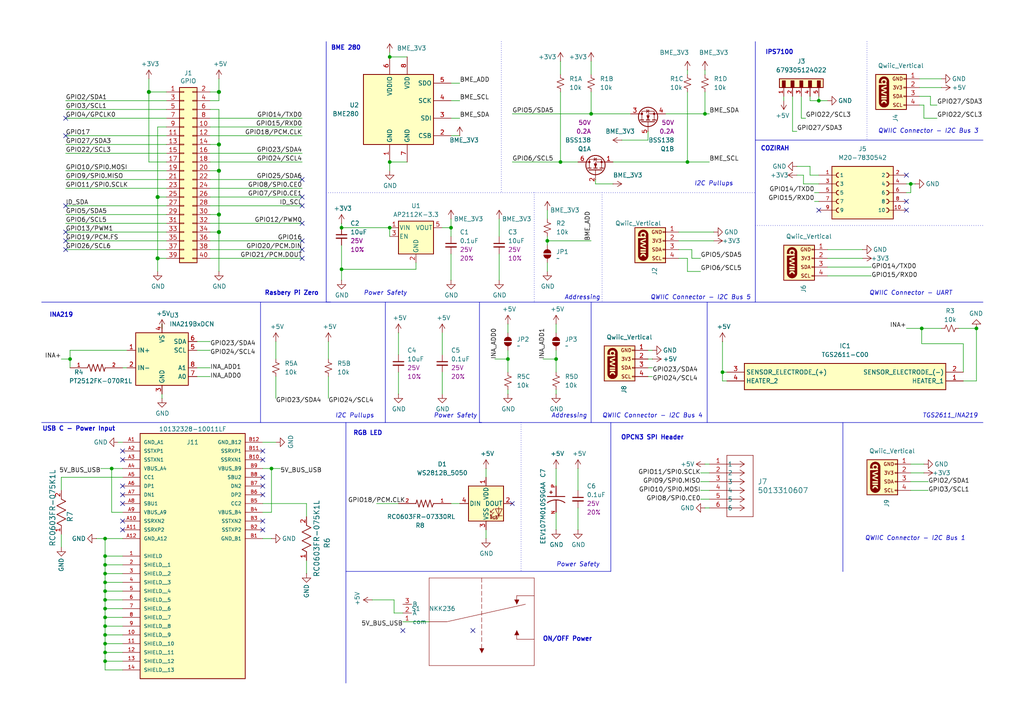
<source format=kicad_sch>
(kicad_sch (version 20250114) (generator "eeschema") (generator_version "9.0")
  (paper "A4")
  (title_block (title "Dream") (date "2025-08-31") (rev "1") (company "Mints-AI, University of Texas at Dallas") (comment 1 "Lakitha Wijeratne") (comment 2 "Leonardo Murillo"))
  (text "I2C Pullups" (at 207.01 53.34 0) (effects (font (size 1.27 1.27) (thickness 0.1588) (italic yes))))
  (text "QWIIC Connector - UART" (at 264.16 85.09 0) (effects (font (size 1.27 1.27) (thickness 0.1588) (italic yes))))
  (text "Power Safety" (at 111.76 85.09 0) (effects (font (size 1.27 1.27) (thickness 0.1588) (italic yes))))
  (text "Power Safety" (at 132.08 120.65 0) (effects (font (size 1.27 1.27) (thickness 0.1588) (italic yes))))
  (text "QWIIC Connector - I2C Bus 1" (at 265.43 156.21 0) (effects (font (size 1.27 1.27) (thickness 0.1588) (italic yes))))
  (text "I2C Pullups" (at 102.87 120.65 0) (effects (font (size 1.27 1.27) (thickness 0.1588) (italic yes))))
  (text "BME 280" (at 100.33 13.97 0) (effects (font (size 1.27 1.27) (thickness 0.254) (bold yes))))
  (text "TGS2611_INA219" (at 275.59 120.65 0) (effects (font (size 1.27 1.27) (thickness 0.1588) (italic yes))))
  (text "ON/OFF Power" (at 164.592 185.42 0) (effects (font (size 1.27 1.27) (thickness 0.254) (bold yes))))
  (text "COZIRAH" (at 224.79 43.18 0) (effects (font (size 1.27 1.27) (thickness 0.254) (bold yes))))
  (text "Addressing" (at 168.91 86.36 0) (effects (font (size 1.27 1.27) (thickness 0.1588) (italic yes))))
  (text "Power Safety" (at 167.64 163.83 0) (effects (font (size 1.27 1.27) (thickness 0.1588) (italic yes))))
  (text "Rasbery Pi Zero " (at 85.09 85.09 0) (effects (font (size 1.27 1.27) (thickness 0.254) (bold yes))))
  (text "QWIIC Connector - I2C Bus 3" (at 269.24 38.1 0) (effects (font (size 1.27 1.27) (thickness 0.1588) (italic yes))))
  (text "QWIIC Connector - I2C Bus 4\n" (at 189.23 120.65 0) (effects (font (size 1.27 1.27) (thickness 0.1588) (italic yes))))
  (text "RGB LED" (at 106.68 125.73 0) (effects (font (size 1.27 1.27) (thickness 0.254) (bold yes))))
  (text "USB C - Power Input" (at 22.86 124.46 0) (effects (font (size 1.27 1.27) (thickness 0.254) (bold yes))))
  (text "Addressing" (at 165.1 120.65 0) (effects (font (size 1.27 1.27) (thickness 0.1588) (italic yes))))
  (text "OPCN3 SPI Header" (at 189.23 127 0) (effects (font (size 1.27 1.27) (thickness 0.254) (bold yes))))
  (text "INA219" (at 17.78 91.44 0) (effects (font (size 1.27 1.27) (thickness 0.254) (bold yes))))
  (text "QWIIC Connector - I2C Bus 5" (at 203.2 86.36 0) (effects (font (size 1.27 1.27) (thickness 0.1588) (italic yes))))
  (text "IPS7100" (at 226.06 15.24 0) (effects (font (size 1.27 1.27) (thickness 0.254) (bold yes))))
  (junction (at 63.5 62.23) (diameter 1.016))
  (junction (at 43.18 26.67) (diameter 1.016))
  (junction (at 30.48 186.69))
  (junction (at 63.5 67.31) (diameter 1.016))
  (junction (at 30.48 168.91))
  (junction (at 30.48 166.37))
  (junction (at 30.48 189.23))
  (junction (at 30.48 161.29))
  (junction (at 283.21 95.25))
  (junction (at 237.49 29.21))
  (junction (at 30.48 176.53))
  (junction (at 45.72 57.15) (diameter 1.016))
  (junction (at 264.16 53.34))
  (junction (at 161.29 104.14))
  (junction (at 99.06 66.04))
  (junction (at 209.55 107.95))
  (junction (at 30.48 173.99))
  (junction (at 130.81 66.04))
  (junction (at 267.335 95.25))
  (junction (at 63.5 49.53) (diameter 1.016))
  (junction (at 99.06 78.105))
  (junction (at 32.385 135.89))
  (junction (at 30.48 179.07))
  (junction (at 113.03 46.99))
  (junction (at 63.5 41.91) (diameter 1.016))
  (junction (at 30.48 184.15))
  (junction (at 30.48 181.61))
  (junction (at 171.45 33.02))
  (junction (at 204.47 33.02))
  (junction (at 30.48 163.83))
  (junction (at 162.56 46.99))
  (junction (at 78.74 135.89))
  (junction (at 147.32 104.14))
  (junction (at 113.03 66.04))
  (junction (at 158.75 69.85))
  (junction (at 20.32 104.14))
  (junction (at 30.48 156.21))
  (junction (at 30.48 171.45))
  (junction (at 199.39 46.99))
  (junction (at 45.72 74.93) (diameter 1.016))
  (junction (at 113.03 16.51))
  (junction (at 30.48 191.77))
  (junction (at 63.5 26.67) (diameter 1.016))
  (no_connect (at 35.56 146.05))
  (no_connect (at 76.2 130.81))
  (no_connect (at 87.63 69.85))
  (no_connect (at 87.63 64.77))
  (no_connect (at 76.2 151.13))
  (no_connect (at 87.63 72.39))
  (no_connect (at 76.2 138.43))
  (no_connect (at 19.05 59.69))
  (no_connect (at 87.63 59.69))
  (no_connect (at 87.63 57.15))
  (no_connect (at 19.05 39.37))
  (no_connect (at 87.63 52.07))
  (no_connect (at 87.63 74.93))
  (no_connect (at 35.56 133.35))
  (no_connect (at 237.49 60.96))
  (no_connect (at 35.56 140.97))
  (no_connect (at 262.89 50.8))
  (no_connect (at 19.05 67.31))
  (no_connect (at 35.56 143.51))
  (no_connect (at 19.05 72.39))
  (no_connect (at 76.2 140.97))
  (no_connect (at 19.05 69.85))
  (no_connect (at 262.89 60.96))
  (no_connect (at 76.2 143.51))
  (no_connect (at 35.56 130.81))
  (no_connect (at 137.16 182.88))
  (no_connect (at 76.2 133.35))
  (no_connect (at 76.2 153.67))
  (no_connect (at 19.05 34.29))
  (no_connect (at 116.84 182.88))
  (no_connect (at 262.89 58.42))
  (no_connect (at 35.56 151.13))
  (no_connect (at 148.59 146.05))
  (no_connect (at 35.56 153.67))
  (wire (pts (xy 17.78 104.14) (xy 20.32 104.14)))
  (wire (pts (xy 76.2 146.05) (xy 88.9 146.05)))
  (wire (pts (xy 45.72 57.15) (xy 45.72 74.93)))
  (wire (pts (xy 60.96 57.15) (xy 87.63 57.15)))
  (wire (pts (xy 144.78 73.66) (xy 144.78 81.28)))
  (wire (pts (xy 171.45 33.02) (xy 182.88 33.02)))
  (wire (pts (xy 114.3 173.99) (xy 114.3 177.8)))
  (wire (pts (xy 30.48 171.45) (xy 30.48 173.99)))
  (wire (pts (xy 35.56 138.43) (xy 17.78 138.43)))
  (wire (pts (xy 279.4 99.695) (xy 267.335 99.695)))
  (wire (pts (xy 20.32 104.14) (xy 20.32 106.68)))
  (wire (pts (xy 48.26 39.37) (xy 19.05 39.37)))
  (wire (pts (xy 30.48 166.37) (xy 30.48 163.83)))
  (wire (pts (xy 266.7 25.4) (xy 273.05 25.4)))
  (wire (pts (xy 20.32 101.6) (xy 36.83 101.6)))
  (wire (pts (xy 130.81 66.04) (xy 130.81 68.58)))
  (wire (pts (xy 240.03 80.01) (xy 252.73 80.01)))
  (wire (pts (xy 63.5 31.75) (xy 63.5 41.91)))
  (wire (pts (xy 35.56 186.69) (xy 30.48 186.69)))
  (wire (pts (xy 63.5 49.53) (xy 60.96 49.53)))
  (wire (pts (xy 140.97 135.89) (xy 140.97 138.43)))
  (wire (pts (xy 35.56 179.07) (xy 30.48 179.07)))
  (polyline (pts (xy 244.475 122.555) (xy 244.475 165.735)))
  (wire (pts (xy 35.56 168.91) (xy 30.48 168.91)))
  (wire (pts (xy 271.78 30.48) (xy 269.875 30.48)))
  (wire (pts (xy 199.39 78.74) (xy 203.2 78.74)))
  (wire (pts (xy 180.34 40.64) (xy 187.96 40.64)))
  (wire (pts (xy 148.59 46.99) (xy 162.56 46.99)))
  (wire (pts (xy 76.2 135.89) (xy 78.74 135.89)))
  (wire (pts (xy 63.5 62.23) (xy 63.5 67.31)))
  (wire (pts (xy 171.45 26.67) (xy 171.45 33.02)))
  (wire (pts (xy 266.7 27.94) (xy 269.875 27.94)))
  (wire (pts (xy 35.56 191.77) (xy 30.48 191.77)))
  (wire (pts (xy 167.64 135.89) (xy 167.64 142.24)))
  (wire (pts (xy 128.27 96.52) (xy 128.27 102.87)))
  (wire (pts (xy 161.29 148.59) (xy 161.29 153.67)))
  (wire (pts (xy 130.81 63.5) (xy 130.81 66.04)))
  (polyline (pts (xy 154.94 87.63) (xy 155.575 87.63)) (stroke (width 0) (type dot)))
  (wire (pts (xy 187.96 40.64) (xy 187.96 38.1)))
  (wire (pts (xy 63.5 49.53) (xy 63.5 62.23)))
  (wire (pts (xy 234.95 29.21) (xy 234.95 27.94)))
  (wire (pts (xy 60.96 34.29) (xy 87.63 34.29)))
  (wire (pts (xy 113.03 66.04) (xy 113.03 68.58)))
  (wire (pts (xy 205.74 134.62) (xy 204.47 134.62)))
  (wire (pts (xy 45.72 36.83) (xy 45.72 57.15)))
  (polyline (pts (xy 12.065 122.555) (xy 285.115 122.555)))
  (wire (pts (xy 278.13 95.25) (xy 283.21 95.25)))
  (wire (pts (xy 227.33 27.94) (xy 227.33 29.21)))
  (wire (pts (xy 203.2 142.24) (xy 205.74 142.24)))
  (wire (pts (xy 177.8 46.99) (xy 199.39 46.99)))
  (wire (pts (xy 130.81 24.13) (xy 133.35 24.13)))
  (polyline (pts (xy 145.415 12.065) (xy 145.415 55.88)) (stroke (width 0) (type dot)))
  (wire (pts (xy 233.045 53.34) (xy 237.49 53.34)))
  (wire (pts (xy 35.56 184.15) (xy 30.48 184.15)))
  (wire (pts (xy 45.72 36.83) (xy 48.26 36.83)))
  (wire (pts (xy 234.95 48.26) (xy 234.95 50.8)))
  (wire (pts (xy 57.15 101.6) (xy 60.96 101.6)))
  (wire (pts (xy 204.47 26.67) (xy 204.47 33.02)))
  (wire (pts (xy 60.96 54.61) (xy 87.63 54.61)))
  (wire (pts (xy 200.66 74.93) (xy 200.66 72.39)))
  (wire (pts (xy 95.25 109.22) (xy 95.25 115.57)))
  (wire (pts (xy 187.96 109.22) (xy 189.23 109.22)))
  (wire (pts (xy 48.26 59.69) (xy 19.05 59.69)))
  (wire (pts (xy 240.03 29.21) (xy 237.49 29.21)))
  (wire (pts (xy 19.05 62.23) (xy 48.26 62.23)))
  (wire (pts (xy 234.95 50.8) (xy 237.49 50.8)))
  (polyline (pts (xy 219.075 65.405) (xy 285.115 65.405)) (stroke (width 0) (type dot)))
  (wire (pts (xy 240.03 74.93) (xy 250.19 74.93)))
  (wire (pts (xy 76.2 128.27) (xy 80.01 128.27)))
  (wire (pts (xy 203.2 144.78) (xy 205.74 144.78)))
  (wire (pts (xy 30.48 163.83) (xy 30.48 161.29)))
  (polyline (pts (xy 151.13 122.555) (xy 151.13 165.735)) (stroke (width 0) (type dot)))
  (wire (pts (xy 130.81 29.21) (xy 133.35 29.21)))
  (wire (pts (xy 45.72 57.15) (xy 48.26 57.15)))
  (wire (pts (xy 240.03 72.39) (xy 250.19 72.39)))
  (wire (pts (xy 35.56 176.53) (xy 30.48 176.53)))
  (wire (pts (xy 35.56 173.99) (xy 30.48 173.99)))
  (wire (pts (xy 60.96 44.45) (xy 87.63 44.45)))
  (wire (pts (xy 264.16 55.88) (xy 264.16 53.34)))
  (wire (pts (xy 267.97 34.29) (xy 267.97 30.48)))
  (wire (pts (xy 283.21 110.49) (xy 283.21 95.25)))
  (wire (pts (xy 161.29 113.03) (xy 161.29 114.3)))
  (wire (pts (xy 172.72 53.34) (xy 172.72 52.07)))
  (wire (pts (xy 147.32 113.03) (xy 147.32 114.3)))
  (wire (pts (xy 124.46 180.34) (xy 116.84 180.34)))
  (wire (pts (xy 203.2 139.7) (xy 205.74 139.7)))
  (wire (pts (xy 99.06 78.105) (xy 99.06 81.28)))
  (wire (pts (xy 60.96 74.93) (xy 87.63 74.93)))
  (wire (pts (xy 45.72 74.93) (xy 45.72 78.74)))
  (wire (pts (xy 19.05 41.91) (xy 48.26 41.91)))
  (wire (pts (xy 236.22 55.88) (xy 237.49 55.88)))
  (wire (pts (xy 30.48 161.29) (xy 35.56 161.29)))
  (wire (pts (xy 158.75 69.85) (xy 171.45 69.85)))
  (wire (pts (xy 43.18 22.86) (xy 43.18 26.67)))
  (wire (pts (xy 147.32 104.14) (xy 147.32 107.95)))
  (wire (pts (xy 204.47 20.32) (xy 204.47 21.59)))
  (wire (pts (xy 95.25 99.06) (xy 95.25 104.14)))
  (wire (pts (xy 232.41 27.94) (xy 232.41 34.29)))
  (wire (pts (xy 196.85 67.31) (xy 207.01 67.31)))
  (polyline (pts (xy 244.475 165.735) (xy 244.475 165.735)))
  (wire (pts (xy 30.48 181.61) (xy 30.48 184.15)))
  (wire (pts (xy 162.56 46.99) (xy 167.64 46.99)))
  (wire (pts (xy 30.48 156.21) (xy 35.56 156.21)))
  (wire (pts (xy 120.65 76.2) (xy 120.65 78.105)))
  (wire (pts (xy 30.48 186.69) (xy 30.48 189.23)))
  (wire (pts (xy 115.57 107.95) (xy 115.57 114.3)))
  (wire (pts (xy 140.97 153.67) (xy 140.97 156.21)))
  (wire (pts (xy 63.5 67.31) (xy 60.96 67.31)))
  (wire (pts (xy 264.16 134.62) (xy 267.97 134.62)))
  (wire (pts (xy 262.89 95.25) (xy 267.335 95.25)))
  (wire (pts (xy 158.75 60.96) (xy 158.75 63.5)))
  (wire (pts (xy 19.05 31.75) (xy 48.26 31.75)))
  (wire (pts (xy 204.47 33.02) (xy 205.74 33.02)))
  (wire (pts (xy 19.05 54.61) (xy 48.26 54.61)))
  (wire (pts (xy 80.01 109.22) (xy 80.01 115.57)))
  (wire (pts (xy 210.82 110.49) (xy 209.55 110.49)))
  (wire (pts (xy 32.385 135.89) (xy 35.56 135.89)))
  (wire (pts (xy 262.89 53.34) (xy 264.16 53.34)))
  (wire (pts (xy 200.66 74.93) (xy 203.2 74.93)))
  (wire (pts (xy 43.18 46.99) (xy 48.26 46.99)))
  (wire (pts (xy 199.39 26.67) (xy 199.39 46.99)))
  (wire (pts (xy 17.78 154.94) (xy 17.78 158.75)))
  (wire (pts (xy 193.04 33.02) (xy 204.47 33.02)))
  (wire (pts (xy 48.26 29.21) (xy 19.05 29.21)))
  (wire (pts (xy 88.9 162.56) (xy 88.9 166.37)))
  (wire (pts (xy 35.56 166.37) (xy 30.48 166.37)))
  (wire (pts (xy 63.5 26.67) (xy 63.5 29.21)))
  (wire (pts (xy 187.96 104.14) (xy 189.23 104.14)))
  (wire (pts (xy 130.81 73.66) (xy 130.81 81.28)))
  (polyline (pts (xy 219.075 12.065) (xy 219.075 87.63)) (stroke (width 0) (type solid)))
  (wire (pts (xy 63.5 41.91) (xy 63.5 49.53)))
  (wire (pts (xy 209.55 107.95) (xy 210.82 107.95)))
  (wire (pts (xy 60.96 39.37) (xy 87.63 39.37)))
  (wire (pts (xy 158.75 69.85) (xy 158.75 71.12)))
  (wire (pts (xy 231.14 38.1) (xy 229.87 38.1)))
  (wire (pts (xy 63.5 41.91) (xy 60.96 41.91)))
  (wire (pts (xy 35.56 189.23) (xy 30.48 189.23)))
  (wire (pts (xy 162.56 17.78) (xy 162.56 21.59)))
  (wire (pts (xy 229.87 27.94) (xy 229.87 38.1)))
  (wire (pts (xy 30.48 173.99) (xy 30.48 176.53)))
  (wire (pts (xy 78.74 148.59) (xy 78.74 135.89)))
  (polyline (pts (xy 154.94 55.88) (xy 154.94 87.63)) (stroke (width 0) (type dot)))
  (wire (pts (xy 63.5 22.86) (xy 63.5 26.67)))
  (polyline (pts (xy 94.615 55.88) (xy 219.075 55.88)) (stroke (width 0) (type dot)))
  (wire (pts (xy 35.56 171.45) (xy 30.48 171.45)))
  (wire (pts (xy 19.05 34.29) (xy 48.26 34.29)))
  (wire (pts (xy 200.66 72.39) (xy 196.85 72.39)))
  (wire (pts (xy 236.22 58.42) (xy 237.49 58.42)))
  (wire (pts (xy 203.2 137.16) (xy 205.74 137.16)))
  (wire (pts (xy 63.5 26.67) (xy 60.96 26.67)))
  (polyline (pts (xy 177.165 122.555) (xy 177.165 165.735)))
  (wire (pts (xy 30.48 161.29) (xy 30.48 156.21)))
  (wire (pts (xy 43.18 26.67) (xy 43.18 46.99)))
  (wire (pts (xy 60.96 46.99) (xy 87.63 46.99)))
  (wire (pts (xy 30.48 191.77) (xy 30.48 189.23)))
  (wire (pts (xy 60.96 36.83) (xy 87.63 36.83)))
  (polyline (pts (xy 111.76 87.63) (xy 111.76 122.555)) (stroke (width 0) (type solid)))
  (wire (pts (xy 99.06 64.77) (xy 99.06 66.04)))
  (polyline (pts (xy 171.45 87.63) (xy 171.45 122.555)) (stroke (width 0) (type solid)))
  (polyline (pts (xy 219.075 40.64) (xy 285.115 40.64)) (stroke (width 0) (type solid)))
  (wire (pts (xy 17.78 138.43) (xy 17.78 142.24)))
  (wire (pts (xy 19.05 44.45) (xy 48.26 44.45)))
  (wire (pts (xy 120.65 78.105) (xy 99.06 78.105)))
  (wire (pts (xy 267.335 95.25) (xy 273.05 95.25)))
  (wire (pts (xy 19.05 52.07) (xy 48.26 52.07)))
  (wire (pts (xy 252.73 77.47) (xy 240.03 77.47)))
  (wire (pts (xy 99.06 66.04) (xy 113.03 66.04)))
  (wire (pts (xy 115.57 96.52) (xy 115.57 102.87)))
  (wire (pts (xy 204.47 147.32) (xy 205.74 147.32)))
  (wire (pts (xy 233.68 34.29) (xy 232.41 34.29)))
  (wire (pts (xy 76.2 156.21) (xy 78.74 156.21)))
  (wire (pts (xy 199.39 46.99) (xy 205.74 46.99)))
  (wire (pts (xy 262.89 55.88) (xy 264.16 55.88)))
  (wire (pts (xy 35.56 106.68) (xy 36.83 106.68)))
  (wire (pts (xy 237.49 27.94) (xy 237.49 29.21)))
  (wire (pts (xy 148.59 33.02) (xy 171.45 33.02)))
  (wire (pts (xy 99.06 78.105) (xy 99.06 71.12)))
  (wire (pts (xy 19.05 64.77) (xy 48.26 64.77)))
  (wire (pts (xy 63.5 29.21) (xy 60.96 29.21)))
  (wire (pts (xy 264.16 142.24) (xy 269.24 142.24)))
  (polyline (pts (xy 94.615 87.63) (xy 95.885 87.63)))
  (wire (pts (xy 172.72 53.34) (xy 177.8 53.34)))
  (wire (pts (xy 30.48 184.15) (xy 30.48 186.69)))
  (wire (pts (xy 199.39 78.74) (xy 199.39 74.93)))
  (wire (pts (xy 19.05 69.85) (xy 48.26 69.85)))
  (polyline (pts (xy 139.065 122.555) (xy 139.7 122.555)) (stroke (width 0) (type solid)))
  (wire (pts (xy 57.15 109.22) (xy 60.96 109.22)))
  (wire (pts (xy 233.045 50.8) (xy 233.045 53.34)))
  (wire (pts (xy 60.96 69.85) (xy 87.63 69.85)))
  (wire (pts (xy 46.99 114.3) (xy 46.99 115.57)))
  (wire (pts (xy 88.9 146.05) (xy 88.9 149.86)))
  (wire (pts (xy 60.96 64.77) (xy 87.63 64.77)))
  (wire (pts (xy 45.72 74.93) (xy 48.26 74.93)))
  (wire (pts (xy 113.03 15.24) (xy 113.03 16.51)))
  (wire (pts (xy 30.48 194.31) (xy 30.48 191.77)))
  (wire (pts (xy 60.96 72.39) (xy 87.63 72.39)))
  (wire (pts (xy 57.15 106.68) (xy 60.96 106.68)))
  (wire (pts (xy 158.75 68.58) (xy 158.75 69.85)))
  (wire (pts (xy 267.97 30.48) (xy 266.7 30.48)))
  (wire (pts (xy 147.32 93.98) (xy 147.32 96.52)))
  (wire (pts (xy 199.39 20.32) (xy 199.39 21.59)))
  (wire (pts (xy 35.56 194.31) (xy 30.48 194.31)))
  (wire (pts (xy 187.96 106.68) (xy 189.23 106.68)))
  (wire (pts (xy 35.56 181.61) (xy 30.48 181.61)))
  (wire (pts (xy 63.5 31.75) (xy 60.96 31.75)))
  (wire (pts (xy 273.05 22.86) (xy 266.7 22.86)))
  (wire (pts (xy 113.03 16.51) (xy 118.11 16.51)))
  (wire (pts (xy 19.05 72.39) (xy 48.26 72.39)))
  (polyline (pts (xy 139.065 87.63) (xy 139.065 122.555)) (stroke (width 0) (type solid)))
  (wire (pts (xy 267.335 95.25) (xy 267.335 99.695)))
  (wire (pts (xy 76.2 148.59) (xy 78.74 148.59)))
  (polyline (pts (xy 12.065 87.63) (xy 285.115 87.63)) (stroke (width 0) (type solid)))
  (wire (pts (xy 80.01 99.06) (xy 80.01 104.14)))
  (wire (pts (xy 128.27 66.04) (xy 130.81 66.04)))
  (wire (pts (xy 114.3 177.8) (xy 116.84 177.8)))
  (wire (pts (xy 128.27 107.95) (xy 128.27 114.3)))
  (wire (pts (xy 264.16 139.7) (xy 269.24 139.7)))
  (wire (pts (xy 267.97 34.29) (xy 271.78 34.29)))
  (wire (pts (xy 209.55 99.06) (xy 209.55 107.95)))
  (wire (pts (xy 130.81 34.29) (xy 133.35 34.29)))
  (wire (pts (xy 29.21 135.89) (xy 32.385 135.89)))
  (wire (pts (xy 20.32 101.6) (xy 20.32 104.14)))
  (wire (pts (xy 113.03 46.99) (xy 118.11 46.99)))
  (wire (pts (xy 187.96 101.6) (xy 189.23 101.6)))
  (wire (pts (xy 114.3 173.99) (xy 107.95 173.99)))
  (wire (pts (xy 35.56 148.59) (xy 32.385 148.59)))
  (wire (pts (xy 27.94 156.21) (xy 30.48 156.21)))
  (wire (pts (xy 231.14 48.26) (xy 234.95 48.26)))
  (polyline (pts (xy 174.625 55.88) (xy 174.625 87.63)) (stroke (width 0) (type dot)))
  (wire (pts (xy 63.5 67.31) (xy 63.5 78.74)))
  (polyline (pts (xy 100.33 165.735) (xy 177.165 165.735)))
  (polyline (pts (xy 100.33 122.555) (xy 100.33 198.12)))
  (wire (pts (xy 60.96 52.07) (xy 87.63 52.07)))
  (wire (pts (xy 48.26 67.31) (xy 19.05 67.31)))
  (wire (pts (xy 30.48 166.37) (xy 30.48 168.91)))
  (polyline (pts (xy 94.615 12.065) (xy 94.615 87.63)))
  (polyline (pts (xy 205.105 87.63) (xy 205.105 122.555)) (stroke (width 0) (type solid)))
  (wire (pts (xy 30.48 181.61) (xy 30.48 179.07)))
  (wire (pts (xy 161.29 101.6) (xy 161.29 104.14)))
  (wire (pts (xy 113.03 46.99) (xy 113.03 49.53)))
  (wire (pts (xy 35.56 163.83) (xy 30.48 163.83)))
  (wire (pts (xy 130.81 146.05) (xy 133.35 146.05)))
  (wire (pts (xy 46.99 95.25) (xy 46.99 93.98)))
  (wire (pts (xy 30.48 176.53) (xy 30.48 179.07)))
  (wire (pts (xy 269.875 27.94) (xy 269.875 30.48)))
  (wire (pts (xy 161.29 93.98) (xy 161.29 96.52)))
  (wire (pts (xy 199.39 74.93) (xy 196.85 74.93)))
  (wire (pts (xy 30.48 168.91) (xy 30.48 171.45)))
  (wire (pts (xy 264.16 137.16) (xy 267.97 137.16)))
  (polyline (pts (xy 251.46 12.065) (xy 251.46 40.64)) (stroke (width 0) (type dot)))
  (wire (pts (xy 63.5 62.23) (xy 60.96 62.23)))
  (wire (pts (xy 158.75 76.2) (xy 158.75 78.74)))
  (wire (pts (xy 161.29 104.14) (xy 157.48 104.14)))
  (wire (pts (xy 109.22 146.05) (xy 115.57 146.05)))
  (wire (pts (xy 171.45 17.78) (xy 171.45 21.59)))
  (wire (pts (xy 43.18 26.67) (xy 48.26 26.67)))
  (wire (pts (xy 147.32 101.6) (xy 147.32 104.14)))
  (wire (pts (xy 231.14 50.8) (xy 233.045 50.8)))
  (wire (pts (xy 237.49 29.21) (xy 234.95 29.21)))
  (wire (pts (xy 279.4 110.49) (xy 283.21 110.49)))
  (wire (pts (xy 279.4 107.95) (xy 279.4 99.695)))
  (wire (pts (xy 143.51 104.14) (xy 147.32 104.14)))
  (wire (pts (xy 264.16 53.34) (xy 265.43 53.34)))
  (wire (pts (xy 32.385 148.59) (xy 32.385 135.89)))
  (wire (pts (xy 144.78 63.5) (xy 144.78 68.58)))
  (wire (pts (xy 162.56 26.67) (xy 162.56 46.99)))
  (wire (pts (xy 196.85 69.85) (xy 207.01 69.85)))
  (wire (pts (xy 78.74 135.89) (xy 81.28 135.89)))
  (wire (pts (xy 161.29 135.89) (xy 161.29 140.97)))
  (wire (pts (xy 48.26 49.53) (xy 19.05 49.53)))
  (wire (pts (xy 60.96 59.69) (xy 87.63 59.69)))
  (polyline (pts (xy 75.565 87.63) (xy 75.565 122.555)) (stroke (width 0) (type solid)))
  (wire (pts (xy 167.64 147.32) (xy 167.64 153.67)))
  (wire (pts (xy 130.81 39.37) (xy 133.35 39.37)))
  (wire (pts (xy 161.29 104.14) (xy 161.29 107.95)))
  (wire (pts (xy 209.55 110.49) (xy 209.55 107.95)))
  (wire (pts (xy 34.29 128.27) (xy 35.56 128.27)))
  (wire (pts (xy 57.15 99.06) (xy 60.96 99.06)))
  (label "ID_SDA" (at 19.05 59.69 0))
  (label "GPIO6{slash}SCL5" (at 19.05 64.77 0))
  (label "GPIO5{slash}SDA5" (at 203.2 74.93 0))
  (label "5V_BUS_USB" (at 29.21 135.89 180))
  (label "BME_SDA" (at 205.74 33.02 0))
  (label "GPIO15{slash}RXD0" (at 236.22 58.42 180))
  (label "GPIO14{slash}TXD0" (at 252.73 77.47 0))
  (label "BME_ADD" (at 133.35 24.13 0))
  (label "ID_SCL" (at 87.63 59.69 180))
  (label "GPIO5{slash}SDA5" (at 19.05 62.23 0))
  (label "5V_BUS_USB" (at 81.28 135.89 0))
  (label "GPIO21{slash}PCM.DOUT" (at 87.63 74.93 180))
  (label "BME_SCL" (at 205.74 46.99 0))
  (label "GPIO19{slash}PCM.FS" (at 19.05 69.85 0))
  (label "GPIO10{slash}SPI0.MOSI" (at 19.05 49.53 0))
  (label "GPIO23{slash}SDA4" (at 189.23 106.68 0))
  (label "GPIO9{slash}SPI0.MISO" (at 19.05 52.07 0))
  (label "GPIO3{slash}SCL1" (at 269.24 142.24 0))
  (label "GPIO23{slash}SDA4" (at 87.63 44.45 180))
  (label "GPIO5{slash}SDA5" (at 148.59 33.02 0))
  (label "GPIO4{slash}GPCLK0" (at 19.05 34.29 0))
  (label "GPIO2{slash}SDA1" (at 269.24 139.7 0))
  (label "GPIO27{slash}SDA3" (at 19.05 41.91 0))
  (label "GPIO26{slash}SCL6" (at 19.05 72.39 0))
  (label "GPIO14{slash}TXD0" (at 87.63 34.29 180))
  (label "GPIO8{slash}SPI0.CE0" (at 87.63 54.61 180))
  (label "GPIO15{slash}RXD0" (at 87.63 36.83 180))
  (label "GPIO16" (at 87.63 69.85 180))
  (label "INA_ADD0" (at 143.51 104.14 90))
  (label "BME_ADD" (at 171.45 69.85 90))
  (label "GPIO22{slash}SCL3" (at 19.05 44.45 0))
  (label "BME_SCL" (at 133.35 29.21 0))
  (label "INA+" (at 17.78 104.14 180))
  (label "GPIO9{slash}SPI0.MISO" (at 203.2 139.7 180))
  (label "GPIO2{slash}SDA1" (at 19.05 29.21 0))
  (label "GPIO23{slash}SDA4" (at 80.01 115.57 0))
  (label "GPIO11{slash}SPI0.SCLK" (at 203.2 137.16 180))
  (label "GPIO17" (at 19.05 39.37 0))
  (label "5V_BUS_USB" (at 116.84 180.34 180))
  (label "GPIO23{slash}SDA4" (at 60.96 99.06 0))
  (label "GPIO6{slash}SCL5" (at 148.59 46.99 0))
  (label "INA+" (at 262.89 95.25 180))
  (label "GPIO25{slash}SDA6" (at 87.63 52.07 180))
  (label "GPIO3{slash}SCL1" (at 19.05 31.75 0))
  (label "GPIO18{slash}PCM.CLK" (at 87.63 39.37 180))
  (label "GPIO24{slash}SCL4" (at 189.23 109.22 0))
  (label "GPIO12{slash}PWM0" (at 87.63 64.77 180))
  (label "GPIO15{slash}RXD0" (at 252.73 80.01 0))
  (label "GPIO18{slash}PCM.CLK" (at 109.22 146.05 0))
  (label "GPIO22{slash}SCL3" (at 233.68 34.29 0))
  (label "GPIO13{slash}PWM1" (at 19.05 67.31 0))
  (label "GPIO20{slash}PCM.DIN" (at 87.63 72.39 180))
  (label "GPIO22{slash}SCL3" (at 271.78 34.29 0))
  (label "GPIO24{slash}SCL4" (at 87.63 46.99 180))
  (label "GPIO8{slash}SPI0.CE0" (at 203.2 144.78 180))
  (label "INA_ADD0" (at 60.96 109.22 0))
  (label "GPIO7{slash}SPI0.CE1" (at 87.63 57.15 180))
  (label "GPIO27{slash}SDA3" (at 271.78 30.48 0))
  (label "GPIO14{slash}TXD0" (at 236.22 55.88 180))
  (label "GPIO27{slash}SDA3" (at 231.14 38.1 0))
  (label "GPIO24{slash}SCL4" (at 60.96 101.6 0))
  (label "GPIO6{slash}SCL5" (at 203.2 78.74 0))
  (label "GPIO10{slash}SPI0.MOSI" (at 203.2 142.24 180))
  (label "BME_SDA" (at 133.35 34.29 0))
  (label "INA_ADD1" (at 60.96 106.68 0))
  (label "GPIO24{slash}SCL4" (at 95.25 115.57 0))
  (label "GPIO11{slash}SPI0.SCLK" (at 19.05 54.61 0))
  (label "INA_ADD1" (at 157.48 104.14 90))
  (symbol (lib_id "power:+5V") (at 63.5 22.86 0) (unit 1)
    (property "Reference" "#PWR01" (effects (hide yes)))
    (property "Value" "+5V" (at 63.8683 18.5356 0))
    (property "Description" "Power symbol creates a global label with name \"+5V\"" (effects (hide yes)))
  )
  (symbol (lib_id "power:+3.3V") (at 43.18 22.86 0) (unit 1)
    (property "Reference" "#PWR04" (effects (hide yes)))
    (property "Value" "+3V3" (at 43.5483 18.5356 0))
    (property "Description" "Power symbol creates a global label with name \"+3.3V\"" (effects (hide yes)))
  )
  (symbol (lib_id "power:GND") (at 63.5 78.74 0) (unit 1)
    (property "Reference" "#PWR02" (effects (hide yes)))
    (property "Value" "GND" (at 63.6143 83.0644 0))
    (property "Description" "Power symbol creates a global label with name \"GND\" , ground" (effects (hide yes)))
  )
  (symbol (lib_id "power:GND") (at 45.72 78.74 0) (unit 1)
    (property "Reference" "#PWR03" (effects (hide yes)))
    (property "Value" "GND" (at 45.8343 83.0644 0))
    (property "Description" "Power symbol creates a global label with name \"GND\" , ground" (effects (hide yes)))
  )
  (symbol (lib_id "Connector_Generic:Conn_02x20_Odd_Even") (at 53.34 49.53 0) (unit 1)
    (property "Reference" "J1" (at 54.61 21.1898 0))
    (property "Value" "GPIO" (at 54.61 23.495 0))
    (property "Footprint" "Connector_PinSocket_2.54mm:PinSocket_2x20_P2.54mm_Vertical" (effects (hide yes)))
    (property "Description" "Generic connector, double row, 02x20, odd/even pin numbering scheme (row 1 odd numbers, row 2 even numbers), script generated (kicad-library-utils/schlib/autogen/connector/)" (effects (hide yes)))
  )
  (symbol (lib_id "power:GND") (at 204.47 147.32 270) (unit 1)
    (property "Reference" "#PWR034" (effects (hide yes)))
    (property "Value" "GND" (at 199.39 147.32 90))
    (property "Description" "Power symbol creates a global label with name \"GND\" , ground" (effects (hide yes)))
  )
  (symbol (lib_id "SparkFun-Resistor:10k_0603") (at 158.75 66.04 90) (unit 1)
    (property "Reference" "R2" (at 161.29 64.7699 90) (effects (justify right)))
    (property "Value" "10k" (at 161.29 67.3099 90) (effects (justify right)))
    (property "Footprint" "SparkFun-Resistor:R_0603_1608Metric" (effects (hide yes)))
    (property "Datasheet" "https://www.vishay.com/docs/20035/dcrcwe3.pdf" (effects (hide yes)))
    (property "Description" "Resistor" (effects (hide yes)))
    (property "PROD_ID" "RES-00824" (effects (hide yes)))
    (property "Vendor" "https://www.digikey.com/en/products/detail/vishay-dale/CRCW060310K0FKEA/1174782" (effects (hide yes)))
  )
  (symbol (lib_id "power:VCC") (at 204.47 20.32 0) (unit 1)
    (property "Reference" "#PWR016" (effects (hide yes)))
    (property "Value" "BME_3V3" (at 207.01 15.24 0))
    (property "Description" "Power symbol creates a global label with name \"VCC\"" (effects (hide yes)))
  )
  (symbol (lib_id "power:GND") (at 273.05 22.86 90) (unit 1)
    (property "Reference" "#PWR026" (effects (hide yes)))
    (property "Value" "GND" (at 278.13 22.86 90))
    (property "Description" "Power symbol creates a global label with name \"GND\" , ground" (effects (hide yes)))
  )
  (symbol (lib_id "power:+5V") (at 95.25 99.06 0) (unit 1)
    (property "Reference" "#PWR040" (effects (hide yes)))
    (property "Value" "+5V" (at 95.6183 94.7356 0))
    (property "Description" "Power symbol creates a global label with name \"+5V\"" (effects (hide yes)))
  )
  (symbol (lib_id "SparkFun-Connector:Qwiic_Vertical") (at 182.88 106.68 180) (unit 1)
    (property "Reference" "J8" (at 180.9751 111.76 90) (effects (justify left)))
    (property "Value" "Qwiic_Vertical" (at 189.23 97.79 0) (effects (justify left)))
    (property "Footprint" "SparkFun-Connector:JST_SMD_1.0mm-4_Vertical_Black" (effects (hide yes)))
    (property "Datasheet" "https://www.jst-mfg.com/product/pdf/eng/eSH.pdf" (effects (hide yes)))
    (property "Description" "4 pin JST 1mm polarized connector for I2C" (effects (hide yes)))
    (property "PROD_ID" "CONN-14483" (effects (hide yes)))
    (property "Vendor" "https://www.digikey.com/en/products/detail/jst-sales-america-inc/BM04B-SRSS-TB/926696" (effects (hide yes)))
  )
  (symbol (lib_id "SparkFun-Connector:Qwiic_Vertical") (at 234.95 77.47 180) (unit 1)
    (property "Reference" "J6" (at 233.0451 82.55 90) (effects (justify left)))
    (property "Value" "Qwiic_Vertical" (at 241.3 68.58 0) (effects (justify left)))
    (property "Footprint" "SparkFun-Connector:JST_SMD_1.0mm-4_Vertical_Black" (effects (hide yes)))
    (property "Datasheet" "https://www.jst-mfg.com/product/pdf/eng/eSH.pdf" (effects (hide yes)))
    (property "Description" "4 pin JST 1mm polarized connector for I2C" (effects (hide yes)))
    (property "PROD_ID" "CONN-14483" (effects (hide yes)))
    (property "Vendor" "https://www.digikey.com/en/products/detail/jst-sales-america-inc/BM04B-SRSS-TB/926696" (effects (hide yes)))
  )
  (symbol (lib_id "SparkFun-Resistor:10k_4x0603_Array") (at 95.25 106.68 90) (unit 2)
    (property "Reference" "R5" (at 97.79 105.4099 90) (effects (justify right)))
    (property "Value" "10k" (at 97.79 107.9499 90) (effects (justify right)))
    (property "Footprint" "SparkFun-Resistor:R_Array_Convex_4x0603" (effects (hide yes)))
    (property "Datasheet" "https://www.bourns.com/docs/Product-Datasheets/CATCAY.pdf" (effects (hide yes)))
    (property "Description" "Resistor Array" (effects (hide yes)))
    (property "PROD_ID" "RES-22662" (effects (hide yes)))
  )
  (symbol (lib_id "power:GND") (at 161.29 153.67 0) (unit 1)
    (property "Reference" "#PWR062" (effects (hide yes)))
    (property "Value" "GND" (at 161.4043 157.9944 0))
    (property "Description" "Power symbol creates a global label with name \"GND\" , ground" (effects (hide yes)))
  )
  (symbol (lib_id "power:GND") (at 99.06 81.28 0) (unit 1)
    (property "Reference" "#PWR07" (effects (hide yes)))
    (property "Value" "GND" (at 99.1743 85.6044 0))
    (property "Description" "Power symbol creates a global label with name \"GND\" , ground" (effects (hide yes)))
  )
  (symbol (lib_id "SparkFun-Resistor:10k_4x0603_Array") (at 162.56 24.13 90) (unit 1)
    (property "Reference" "R1" (at 165.1 22.8599 90) (effects (justify right)))
    (property "Value" "10k" (at 165.1 25.3999 90) (effects (justify right)))
    (property "Footprint" "SparkFun-Resistor:R_Array_Convex_4x0603" (effects (hide yes)))
    (property "Datasheet" "https://www.bourns.com/docs/Product-Datasheets/CATCAY.pdf" (effects (hide yes)))
    (property "Description" "Resistor Array" (effects (hide yes)))
    (property "PROD_ID" "RES-22662" (effects (hide yes)))
    (property "Custom Feild" "https://www.digikey.com/en/products/detail/bourns-inc/CAT16-1002F4LF/3593233?s=N4IgjCBcodIMZQGYEMA2BnApgGhAeygG0QB2AZgBYAGckAXTwAcAXKEAZRYCcBLAOwDmIAL546cRJFSZcBYuDDkIjEK3Zc%2BQ0XjAA2KKCkzseQpBIAOcqQBMthszaROPAcLEhbyyoYTJ0U3kLL1p9Ukc1Z1ctDzwAWlgjANkzBTAwSwZPeIdJKB4AVzlzEgBWEDwATmyEiWTIIpL06lqQeIN8xu5itJC6PF88B3oc3y6TZpD7UlpK8EsyvRURVaA" (effects (hide yes)))
  )
  (symbol (lib_id "power:+3.3V") (at 171.45 17.78 0) (unit 1)
    (property "Reference" "#PWR014" (effects (hide yes)))
    (property "Value" "+3V3" (at 167.64 16.51 0))
    (property "Description" "Power symbol creates a global label with name \"+3.3V\"" (effects (hide yes)))
  )
  (symbol (lib_id "power:GND") (at 265.43 53.34 90) (unit 1)
    (property "Reference" "#PWR030" (effects (hide yes)))
    (property "Value" "GND" (at 270.51 53.34 90))
    (property "Description" "Power symbol creates a global label with name \"GND\" , ground" (effects (hide yes)))
  )
  (symbol (lib_id "power:VCC") (at 158.75 60.96 0) (unit 1)
    (property "Reference" "#PWR020" (effects (hide yes)))
    (property "Value" "BME_3V3" (at 163.83 60.96 0))
    (property "Description" "Power symbol creates a global label with name \"VCC\"" (effects (hide yes)))
  )
  (symbol (lib_id "SparkFun-DiscreteSemi:Q_NMOS_0.2A_50V_DUAL") (at 172.72 49.53 90) (unit 1)
    (property "Reference" "Q1" (at 171.45 43.18 90) (effects (justify left)))
    (property "Value" "BSS138" (at 171.45 40.64 90) (effects (justify left)))
    (property "Footprint" "SparkFun-Semiconductor-Standard:SOT-363" (effects (hide yes)))
    (property "Datasheet" "https://www.diodes.com/assets/Datasheets/ds30203.pdf" (effects (hide yes)))
    (property "Description" "N-MOSFET transistor, drain/gate/source" (effects (hide yes)))
    (property "PROD_ID" "TRANS-25637" (effects (hide yes)))
    (property "IMax" "0.2A" (at 171.45 38.1 90) (effects (justify left)))
    (property "VMax" "50V" (at 171.45 35.56 90) (effects (justify left)))
    (property "Vendor" "https://www.digikey.com/en/products/detail/diodes-incorporated/BSS138DW-7-F/808527" (effects (hide yes)))
  )
  (symbol (lib_id "PT2512FK-070R1L:PT2512FK-070R1L") (at 27.94 106.68 0) (unit 1)
    (property "Reference" "R4" (at 22.86 107.95 0))
    (property "Value" "PT2512FK-070R1L" (at 29.21 110.49 0))
    (property "Footprint" "downloaded:PT2512FK-070R1L" (effects (hide yes)))
    (property "Datasheet" "https://www.yageogroup.com/content/Resource%20Library/Datasheet/PYU-PT-GROUP_521_ROHS_L.pdf" (effects (hide yes)))
    (property "Description" "RES 0.1 OHM 1% 1W 2512" (effects (hide yes)))
    (property "Vendor" "https://www.digikey.com/en/products/detail/yageo/PT2512FK-070R1L/2178346?s=N4IgTCBcDaIAoBUwFYCMYBiBpAtABgHY8AlVAGRAF0BfIA" (effects (hide yes)))
  )
  (symbol (lib_id "Sensor:BME280") (at 115.57 31.75 0) (unit 1)
    (property "Reference" "U2" (at 104.14 30.4799 0) (effects (justify right)))
    (property "Value" "BME280" (at 104.14 33.0199 0) (effects (justify right)))
    (property "Footprint" "Package_LGA:Bosch_LGA-8_2.5x2.5mm_P0.65mm_ClockwisePinNumbering" (effects (hide yes)))
    (property "Datasheet" "https://www.bosch-sensortec.com/media/boschsensortec/downloads/datasheets/bst-bme280-ds002.pdf" (effects (hide yes)))
    (property "Description" "3-in-1 sensor, humidity, pressure, temperature, I2C and SPI interface, 1.71-3.6V, LGA-8" (effects (hide yes)))
  )
  (symbol (lib_id "power:GND") (at 27.94 156.21 270) (unit 1)
    (property "Reference" "#PWR055" (effects (hide yes)))
    (property "Value" "GND" (at 22.86 156.21 90))
    (property "Description" "Power symbol creates a global label with name \"GND\" , ground" (effects (hide yes)))
  )
  (symbol (lib_id "SparkFun-Capacitor:0.1uF_0603_25V_20%") (at 128.27 105.41 0) (unit 1)
    (property "Reference" "C5" (at 130.81 101.6062 0) (effects (justify left)))
    (property "Value" "0.1uF" (at 130.81 104.1462 0) (effects (justify left)))
    (property "Footprint" "SparkFun-Capacitor:C_0603_1608Metric" (effects (hide yes)))
    (property "Datasheet" "https://cdn.sparkfun.com/assets/8/a/4/a/5/Kemet_Capacitor_Datasheet.pdf" (effects (hide yes)))
    (property "Description" "Unpolarized capacitor" (effects (hide yes)))
    (property "PROD_ID" "CAP-00810" (effects (hide yes)))
    (property "Voltage" "25V" (at 130.81 106.6862 0) (effects (justify left)))
    (property "Tolerance" "20%" (at 130.81 109.2262 0) (effects (justify left)))
    (property "Vendor" "https://www.digikey.com/en/products/detail/kemet/C0603C104M3VACTU/411100" (effects (hide yes)))
  )
  (symbol (lib_id "power:GND") (at 167.64 153.67 0) (unit 1)
    (property "Reference" "#PWR060" (effects (hide yes)))
    (property "Value" "GND" (at 167.7543 157.9944 0))
    (property "Description" "Power symbol creates a global label with name \"GND\" , ground" (effects (hide yes)))
  )
  (symbol (lib_id "power:GND") (at 189.23 101.6 90) (unit 1)
    (property "Reference" "#PWR049" (effects (hide yes)))
    (property "Value" "GND" (at 194.31 101.6 90))
    (property "Description" "Power symbol creates a global label with name \"GND\" , ground" (effects (hide yes)))
  )
  (symbol (lib_id "SparkFun-Resistor:10k_4x0603_Array") (at 199.39 24.13 90) (unit 3)
    (property "Reference" "R1" (at 194.31 22.86 90) (effects (justify right)))
    (property "Value" "10k" (at 194.31 25.4 90) (effects (justify right)))
    (property "Footprint" "SparkFun-Resistor:R_Array_Convex_4x0603" (effects (hide yes)))
    (property "Datasheet" "https://www.bourns.com/docs/Product-Datasheets/CATCAY.pdf" (effects (hide yes)))
    (property "Description" "Resistor Array" (effects (hide yes)))
    (property "PROD_ID" "RES-22662" (effects (hide yes)))
    (property "Custom Feild" "https://www.digikey.com/en/products/detail/bourns-inc/CAT16-1002F4LF/3593233?s=N4IgjCBcodIMZQGYEMA2BnApgGhAeygG0QB2AZgBYAGckAXTwAcAXKEAZRYCcBLAOwDmIAL546cRJFSZcBYuDDkIjEK3Zc%2BQ0XjAA2KKCkzseQpBIAOcqQBMthszaROPAcLEhbyyoYTJ0U3kLL1p9Ukc1Z1ctDzwAWlgjANkzBTAwSwZPeIdJKB4AVzlzEgBWEDwATmyEiWTIIpL06lqQeIN8xu5itJC6PF88B3oc3y6TZpD7UlpK8EsyvRURVaA" (effects (hide yes)))
  )
  (symbol (lib_id "SparkFun-Jumper:SolderJumper_2_Open") (at 161.29 99.06 90) (unit 1)
    (property "Reference" "JP3" (at 163.83 98.4249 90) (effects (justify right)))
    (property "Value" "~" (at 163.83 100.33 90) (effects (justify right)))
    (property "Footprint" "SparkFun-Jumper:Jumper_2_NO" (effects (hide yes)))
    (property "Description" "Solder Jumper, 2-pole, open" (effects (hide yes)))
  )
  (symbol (lib_id "power:GND") (at 161.29 114.3 0) (unit 1)
    (property "Reference" "#PWR046" (effects (hide yes)))
    (property "Value" "GND" (at 161.4043 118.6244 0))
    (property "Description" "Power symbol creates a global label with name \"GND\" , ground" (effects (hide yes)))
  )
  (symbol (lib_id "EEV107M010S9GAA:EEV107M010S9GAA") (at 161.29 146.05 270) (unit 1)
    (property "Reference" "C7" (at 157.48 135.89 0) (effects (justify left)))
    (property "Value" "EEV107M010S9GAA" (at 157.48 139.7 0) (effects (justify left)))
    (property "Footprint" "downloaded:EEV107M010S9GAA" (effects (hide yes)))
    (property "Datasheet" "https://www.yageogroup.com/content/datasheet/asset/file/KEM_A4002_EEV" (effects (hide yes)))
    (property "Description" "CAP ALUM 100UF 20% 10V SMD" (effects (hide yes)))
    (property "MAXIMUM_PACKAGE_HEIGHT" "5.65 mm" (effects (hide yes)))
    (property "PARTREV" "8/16/2024" (effects (hide yes)))
    (property "MANUFACTURER" "KEMET" (effects (hide yes)))
    (property "SNAPEDA_PACKAGE_ID" "35335" (effects (hide yes)))
    (property "STANDARD" "IPC-7351B" (effects (hide yes)))
    (property "Vendor" "https://www.digikey.com/en/products/detail/kemet/EEV107M010S9GAA/6597867" (effects (hide yes)))
  )
  (symbol (lib_id "power:GND") (at 78.74 156.21 90) (unit 1)
    (property "Reference" "#PWR056" (effects (hide yes)))
    (property "Value" "GND" (at 83.82 156.21 90))
    (property "Description" "Power symbol creates a global label with name \"GND\" , ground" (effects (hide yes)))
  )
  (symbol (lib_id "M20-7830542:M20-7830542") (at 250.19 55.88 0) (unit 1)
    (property "Reference" "J5" (at 250.19 43.18 0))
    (property "Value" "M20-7830542" (at 250.19 45.72 0))
    (property "Footprint" "downloaded:M20-7830542" (effects (hide yes)))
    (property "Datasheet" "https://cdn.harwin.com/pdfs/M20-783.pdf" (effects (hide yes)))
    (property "Description" "CONN RCPT 10POS 0.1 GOLD PCB" (effects (hide yes)))
    (property "MANUFACTURER" "HARWIN" (effects (hide yes)))
    (property "STANDARD" "Manufacturer Recommendations" (effects (hide yes)))
    (property "Vendor" "https://www.digikey.com/en/products/detail/harwin-inc/M20-7830542/3727765?s=N4IgjCBcoGwJxVAYygMwIYBsDOBTANCAPZQDaIALGGABxwDsIAuoQA4AuUIAyuwE4BLAHYBzEAF9CNGohApIGHAWJkQMAMxwaMZm06Qe-YWMnh6cAAyz5ivIRKRyDAEw6WIDl16DREwmHMIaDk0LDsVRxB1AFYLczc9LyNfU2cLWmtQpXtVMDh1Ol0PfUMfE0I05wpMhTDlByd6VyLPA29jPxBnAOca23rVXvdWkAA5AFcAW1xBFFMAWl7g%2BX5xgcjokEIEJgWdZahV9fJ1LcozoYXTg8gjnMiwK13CeaDkLPCGkDhoy9TVVC4SZYXAAAgAFrh0AATGag5jiIA" (effects (hide yes)))
  )
  (symbol (lib_id "Sensor_Energy:INA219BxDCN") (at 46.99 104.14 0) (unit 1)
    (property "Reference" "U3" (at 49.1333 91.44 0) (effects (justify left)))
    (property "Value" "INA219BxDCN" (at 49.1333 93.98 0) (effects (justify left)))
    (property "Footprint" "Package_TO_SOT_SMD:SOT-23-8" (effects (hide yes)))
    (property "Datasheet" "http://www.ti.com/lit/ds/symlink/ina219.pdf" (effects (hide yes)))
    (property "Description" "Zero-Drift, HighAccuracy, Bidirectional Current/Power Monitor (0-26V) With I2C Interface, SOT-23-8" (effects (hide yes)))
    (property "Vendor" "https://www.digikey.com/en/products/detail/texas-instruments/INA219BIDCNT/2426056" (effects (hide yes)))
  )
  (symbol (lib_id "power:GND") (at 144.78 81.28 0) (unit 1)
    (property "Reference" "#PWR09" (effects (hide yes)))
    (property "Value" "GND" (at 144.8943 85.6044 0))
    (property "Description" "Power symbol creates a global label with name \"GND\" , ground" (effects (hide yes)))
  )
  (symbol (lib_id "power:GND") (at 34.29 128.27 270) (unit 1)
    (property "Reference" "#PWR065" (effects (hide yes)))
    (property "Value" "GND" (at 29.21 128.27 90))
    (property "Description" "Power symbol creates a global label with name \"GND\" , ground" (effects (hide yes)))
  )
  (symbol (lib_id "power:+5V") (at 204.47 134.62 90) (unit 1)
    (property "Reference" "#PWR033" (effects (hide yes)))
    (property "Value" "+5V" (at 199.39 134.62 90))
    (property "Description" "Power symbol creates a global label with name \"+5V\"" (effects (hide yes)))
  )
  (symbol (lib_id "power:+3.3V") (at 231.14 50.8 90) (unit 1)
    (property "Reference" "#PWR029" (effects (hide yes)))
    (property "Value" "+3V3" (at 226.06 50.8 90))
    (property "Description" "Power symbol creates a global label with name \"+3.3V\"" (effects (hide yes)))
  )
  (symbol (lib_id "SparkFun-Jumper:SolderJumper_2_Open") (at 158.75 73.66 90) (unit 1)
    (property "Reference" "JP1" (at 161.29 73.0249 90) (effects (justify right)))
    (property "Value" "~" (at 161.29 74.93 90) (effects (justify right)))
    (property "Footprint" "SparkFun-Jumper:Jumper_2_NO" (effects (hide yes)))
    (property "Description" "Solder Jumper, 2-pole, open" (effects (hide yes)))
  )
  (symbol (lib_id "power:+5V") (at 80.01 99.06 0) (unit 1)
    (property "Reference" "#PWR039" (effects (hide yes)))
    (property "Value" "+5V" (at 80.3783 94.7356 0))
    (property "Description" "Power symbol creates a global label with name \"+5V\"" (effects (hide yes)))
  )
  (symbol (lib_id "power:VCC") (at 130.81 63.5 0) (unit 1)
    (property "Reference" "#PWR010" (effects (hide yes)))
    (property "Value" "BME_3V3" (at 135.89 63.5 0))
    (property "Description" "Power symbol creates a global label with name \"VCC\"" (effects (hide yes)))
  )
  (symbol (lib_id "power:GND") (at 113.03 49.53 0) (unit 1)
    (property "Reference" "#PWR08" (effects (hide yes)))
    (property "Value" "GND" (at 113.1443 53.8544 0))
    (property "Description" "Power symbol creates a global label with name \"GND\" , ground" (effects (hide yes)))
  )
  (symbol (lib_id "679305124022:679305124022") (at 232.41 22.86 0) (unit 1)
    (property "Reference" "J3" (at 232.41 17.78 0))
    (property "Value" "679305124022" (at 232.41 20.32 0))
    (property "Footprint" "679305124022:679305124022" (effects (hide yes)))
    (property "Datasheet" "https://www.we-online.com/components/products/datasheet/679305124022.pdf" (effects (hide yes)))
    (property "Description" "CONN HEADER SMD 5POS 1.5MM" (effects (hide yes)))
    (property "Vendor" "https://www.digikey.com/en/products/detail/w%C3%BCrth-elektronik/679305124022/2508487?s=N4IgTCBcDaIGwHYCcBmADAVgIxgCxrAgF0BfIA" (effects (hide yes)))
  )
  (symbol (lib_id "power:GND") (at 147.32 114.3 0) (unit 1)
    (property "Reference" "#PWR045" (effects (hide yes)))
    (property "Value" "GND" (at 147.4343 118.6244 0))
    (property "Description" "Power symbol creates a global label with name \"GND\" , ground" (effects (hide yes)))
  )
  (symbol (lib_id "power:+5V") (at 227.33 29.21 180) (unit 1)
    (property "Reference" "#PWR024" (effects (hide yes)))
    (property "Value" "+5V" (at 226.9617 33.5344 0))
    (property "Description" "Power symbol creates a global label with name \"+5V\"" (effects (hide yes)))
  )
  (symbol (lib_id "power:+5V") (at 46.99 95.25 0) (unit 1)
    (property "Reference" "#PWR047" (effects (hide yes)))
    (property "Value" "+5V" (at 47.3583 90.9256 0))
    (property "Description" "Power symbol creates a global label with name \"+5V\"" (effects (hide yes)))
  )
  (symbol (lib_id "SparkFun-Resistor:10k_4x0603_Array") (at 161.29 110.49 90) (unit 4)
    (property "Reference" "R5" (at 163.83 109.2199 90) (effects (justify right)))
    (property "Value" "10k" (at 163.83 111.7599 90) (effects (justify right)))
    (property "Footprint" "SparkFun-Resistor:R_Array_Convex_4x0603" (effects (hide yes)))
    (property "Datasheet" "https://www.bourns.com/docs/Product-Datasheets/CATCAY.pdf" (effects (hide yes)))
    (property "Description" "Resistor Array" (effects (hide yes)))
    (property "PROD_ID" "RES-22662" (effects (hide yes)))
  )
  (symbol (lib_id "SparkFun-LED:WS2812B_5050") (at 140.97 146.05 0) (unit 1)
    (property "Reference" "D1" (at 128.27 134.62 0))
    (property "Value" "WS2812B_5050" (at 128.27 137.16 0))
    (property "Footprint" "SparkFun-LED:WS2812_5050-4Pin" (effects (hide yes)))
    (property "Datasheet" "https://cdn.sparkfun.com/datasheets/BreakoutBoards/WS2812B.pdf" (effects (hide yes)))
    (property "Description" "RGB LED with integrated controller" (effects (hide yes)))
    (property "PROD_ID" "DIO-12503" (effects (hide yes)))
    (property "Vendor" "https://www.digikey.com/en/products/detail/sparkfun-electronics/16347/11630204" (effects (hide yes)))
  )
  (symbol (lib_id "power:+5V") (at 209.55 99.06 0) (unit 1)
    (property "Reference" "#PWR035" (effects (hide yes)))
    (property "Value" "+5V" (at 209.9183 94.7356 0))
    (property "Description" "Power symbol creates a global label with name \"+5V\"" (effects (hide yes)))
  )
  (symbol (lib_id "SparkFun-Capacitor:10uF_0805_25V_10%") (at 99.06 68.58 0) (unit 1)
    (property "Reference" "C2" (at 101.6 64.7762 0) (effects (justify left)))
    (property "Value" "10uF" (at 101.6 67.3162 0) (effects (justify left)))
    (property "Footprint" "SparkFun-Capacitor:C_0805_2012Metric" (effects (hide yes)))
    (property "Datasheet" "https://mm.digikey.com/Volume0/opasdata/d220001/medias/docus/4888/TMK212BBJ106KG-T_SS.pdf" (effects (hide yes)))
    (property "Description" "Unpolarized capacitor" (effects (hide yes)))
    (property "PROD_ID" "CAP-14259" (effects (hide yes)))
    (property "Voltage" "25V" (at 101.6 69.8562 0) (effects (justify left)))
    (property "Tolerance" "10%" (at 101.6 72.3962 0) (effects (justify left)))
    (property "Custom Feild" "https://www.digikey.com/en/products/detail/taiyo-yuden/TMK212BBJ106KG-T/2714163" (effects (hide yes)))
  )
  (symbol (lib_id "SparkFun-Resistor:10k_4x0603_Array") (at 204.47 24.13 270) (unit 4)
    (property "Reference" "R1" (at 207.01 22.8599 90) (effects (justify left)))
    (property "Value" "10k" (at 207.01 25.3999 90) (effects (justify left)))
    (property "Footprint" "SparkFun-Resistor:R_Array_Convex_4x0603" (effects (hide yes)))
    (property "Datasheet" "https://www.bourns.com/docs/Product-Datasheets/CATCAY.pdf" (effects (hide yes)))
    (property "Description" "Resistor Array" (effects (hide yes)))
    (property "PROD_ID" "RES-22662" (effects (hide yes)))
    (property "Custom Feild" "https://www.digikey.com/en/products/detail/bourns-inc/CAT16-1002F4LF/3593233?s=N4IgjCBcodIMZQGYEMA2BnApgGhAeygG0QB2AZgBYAGckAXTwAcAXKEAZRYCcBLAOwDmIAL546cRJFSZcBYuDDkIjEK3Zc%2BQ0XjAA2KKCkzseQpBIAOcqQBMthszaROPAcLEhbyyoYTJ0U3kLL1p9Ukc1Z1ctDzwAWlgjANkzBTAwSwZPeIdJKB4AVzlzEgBWEDwATmyEiWTIIpL06lqQeIN8xu5itJC6PF88B3oc3y6TZpD7UlpK8EsyvRURVaA" (effects (hide yes)))
  )
  (symbol (lib_id "power:VCC") (at 113.03 15.24 0) (unit 1)
    (property "Reference" "#PWR012" (effects (hide yes)))
    (property "Value" "BME_3V3" (at 119.38 13.97 0))
    (property "Description" "Power symbol creates a global label with name \"VCC\"" (effects (hide yes)))
  )
  (symbol (lib_id "power:GND") (at 283.21 95.25 180) (unit 1)
    (property "Reference" "#PWR036" (effects (hide yes)))
    (property "Value" "GND" (at 283.0957 90.9256 0))
    (property "Description" "Power symbol creates a global label with name \"GND\" , ground" (effects (hide yes)))
  )
  (symbol (lib_id "SparkFun-Capacitor:0.1uF_0603_25V_20%") (at 130.81 71.12 0) (unit 1)
    (property "Reference" "C1" (at 133.35 67.3162 0) (effects (justify left)))
    (property "Value" "0.1uF" (at 133.35 69.8562 0) (effects (justify left)))
    (property "Footprint" "SparkFun-Capacitor:C_0603_1608Metric" (effects (hide yes)))
    (property "Datasheet" "https://cdn.sparkfun.com/assets/8/a/4/a/5/Kemet_Capacitor_Datasheet.pdf" (effects (hide yes)))
    (property "Description" "Unpolarized capacitor" (effects (hide yes)))
    (property "PROD_ID" "CAP-00810" (effects (hide yes)))
    (property "Voltage" "25V" (at 133.35 72.3962 0) (effects (justify left)))
    (property "Tolerance" "20%" (at 133.35 74.9362 0) (effects (justify left)))
    (property "Vendor" "https://www.digikey.com/en/products/detail/kemet/C0603C104M3VACTU/411100" (effects (hide yes)))
  )
  (symbol (lib_id "power:GND") (at 207.01 67.31 90) (unit 1)
    (property "Reference" "#PWR022" (effects (hide yes)))
    (property "Value" "GND" (at 212.09 67.31 90))
    (property "Description" "Power symbol creates a global label with name \"GND\" , ground" (effects (hide yes)))
  )
  (symbol (lib_id "power:+5V") (at 147.32 93.98 0) (unit 1)
    (property "Reference" "#PWR043" (effects (hide yes)))
    (property "Value" "+5V" (at 147.6883 89.6556 0))
    (property "Description" "Power symbol creates a global label with name \"+5V\"" (effects (hide yes)))
  )
  (symbol (lib_id "RC0603N_YAG:RC0603FR-075K1L") (at 17.78 142.24 270) (unit 1)
    (property "Reference" "R7" (at 20.32 149.86 0) (effects (font (size 1.524 1.524))))
    (property "Value" "RC0603FR-075K1L" (at 15.24 147.32 0) (effects (font (size 1.524 1.524))))
    (property "Footprint" "Resistor_SMD:R_0603_1608Metric" (effects (hide yes)))
    (property "Datasheet" "https://www.yageogroup.com/content/datasheet/asset/file/PYU-RC_GROUP_51_ROHS_L" (effects (hide yes)))
    (property "Vendor" "https://www.digikey.com/en/products/detail/yageo/RC0603FR-075K1L/727268" (effects (hide yes)))
  )
  (symbol (lib_id "power:GND") (at 115.57 114.3 0) (unit 1)
    (property "Reference" "#PWR038" (effects (hide yes)))
    (property "Value" "GND" (at 115.6843 118.6244 0))
    (property "Description" "Power symbol creates a global label with name \"GND\" , ground" (effects (hide yes)))
  )
  (symbol (lib_id "SparkFun-Capacitor:0.1uF_0603_25V_20%") (at 167.64 144.78 0) (unit 1)
    (property "Reference" "C6" (at 170.18 140.9762 0) (effects (justify left)))
    (property "Value" "0.1uF" (at 170.18 143.5162 0) (effects (justify left)))
    (property "Footprint" "SparkFun-Capacitor:C_0603_1608Metric" (effects (hide yes)))
    (property "Datasheet" "https://cdn.sparkfun.com/assets/8/a/4/a/5/Kemet_Capacitor_Datasheet.pdf" (effects (hide yes)))
    (property "Description" "Unpolarized capacitor" (effects (hide yes)))
    (property "PROD_ID" "CAP-00810" (effects (hide yes)))
    (property "Voltage" "25V" (at 170.18 146.0562 0) (effects (justify left)))
    (property "Tolerance" "20%" (at 170.18 148.5962 0) (effects (justify left)))
    (property "Vendor" "https://www.digikey.com/en/products/detail/kemet/C0603C104M3VACTU/411100" (effects (hide yes)))
  )
  (symbol (lib_id "5013310607:5013310607") (at 205.74 134.62 0) (unit 1)
    (property "Reference" "J7" (at 219.71 139.6999 0) (effects (font (size 1.524 1.524)) (justify left)))
    (property "Value" "5013310607" (at 219.71 142.2399 0) (effects (font (size 1.524 1.524)) (justify left)))
    (property "Footprint" "downloaded:5013310607" (effects (hide yes)))
    (property "Datasheet" "https://www.molex.com/en-us/products/part-detail-pdf/5013310607?display=pdf" (effects (hide yes)))
    (property "Description" "CONN HEADER SMD 6POS 1MM" (effects (hide yes)))
    (property "Vendor" "https://www.digikey.com/en/products/detail/molex/5013310607/1531475" (effects (hide yes)))
  )
  (symbol (lib_id "power:+5V") (at 273.05 25.4 270) (unit 1)
    (property "Reference" "#PWR027" (effects (hide yes)))
    (property "Value" "+5V" (at 278.13 25.4 90))
    (property "Description" "Power symbol creates a global label with name \"+5V\"" (effects (hide yes)))
  )
  (symbol (lib_id "power:+5V") (at 189.23 104.14 270) (unit 1)
    (property "Reference" "#PWR050" (effects (hide yes)))
    (property "Value" "+5V" (at 194.31 104.14 90))
    (property "Description" "Power symbol creates a global label with name \"+5V\"" (effects (hide yes)))
  )
  (symbol (lib_id "SparkFun-Connector:Qwiic_Vertical") (at 259.08 139.7 180) (unit 1)
    (property "Reference" "J9" (at 257.1751 144.78 90) (effects (justify left)))
    (property "Value" "Qwiic_Vertical" (at 265.43 130.81 0) (effects (justify left)))
    (property "Footprint" "SparkFun-Connector:JST_SMD_1.0mm-4_Vertical_Black" (effects (hide yes)))
    (property "Datasheet" "https://www.jst-mfg.com/product/pdf/eng/eSH.pdf" (effects (hide yes)))
    (property "Description" "4 pin JST 1mm polarized connector for I2C" (effects (hide yes)))
    (property "PROD_ID" "CONN-14483" (effects (hide yes)))
    (property "Vendor" "https://www.digikey.com/en/products/detail/jst-sales-america-inc/BM04B-SRSS-TB/926696" (effects (hide yes)))
  )
  (symbol (lib_id "power:+3.3V") (at 207.01 69.85 270) (unit 1)
    (property "Reference" "#PWR023" (effects (hide yes)))
    (property "Value" "+3V3" (at 212.09 69.85 90))
    (property "Description" "Power symbol creates a global label with name \"+3.3V\"" (effects (hide yes)))
  )
  (symbol (lib_id "power:GND") (at 17.78 158.75 0) (unit 1)
    (property "Reference" "#PWR053" (effects (hide yes)))
    (property "Value" "GND" (at 17.78 163.83 90))
    (property "Description" "Power symbol creates a global label with name \"GND\" , ground" (effects (hide yes)))
  )
  (symbol (lib_id "power:+3.3V") (at 99.06 64.77 0) (unit 1)
    (property "Reference" "#PWR06" (effects (hide yes)))
    (property "Value" "+3V3" (at 99.4283 60.4456 0))
    (property "Description" "Power symbol creates a global label with name \"+3.3V\"" (effects (hide yes)))
  )
  (symbol (lib_id "SparkFun-Resistor:10k_4x0603_Array") (at 171.45 24.13 90) (unit 2)
    (property "Reference" "R1" (at 173.99 22.8599 90) (effects (justify right)))
    (property "Value" "10k" (at 173.99 25.3999 90) (effects (justify right)))
    (property "Footprint" "SparkFun-Resistor:R_Array_Convex_4x0603" (effects (hide yes)))
    (property "Datasheet" "https://www.bourns.com/docs/Product-Datasheets/CATCAY.pdf" (effects (hide yes)))
    (property "Description" "Resistor Array" (effects (hide yes)))
    (property "PROD_ID" "RES-22662" (effects (hide yes)))
    (property "Custom Feild" "https://www.digikey.com/en/products/detail/bourns-inc/CAT16-1002F4LF/3593233?s=N4IgjCBcodIMZQGYEMA2BnApgGhAeygG0QB2AZgBYAGckAXTwAcAXKEAZRYCcBLAOwDmIAL546cRJFSZcBYuDDkIjEK3Zc%2BQ0XjAA2KKCkzseQpBIAOcqQBMthszaROPAcLEhbyyoYTJ0U3kLL1p9Ukc1Z1ctDzwAWlgjANkzBTAwSwZPeIdJKB4AVzlzEgBWEDwATmyEiWTIIpL06lqQeIN8xu5itJC6PF88B3oc3y6TZpD7UlpK8EsyvRURVaA" (effects (hide yes)))
  )
  (symbol (lib_id "power:+5V") (at 107.95 173.99 90) (unit 1)
    (property "Reference" "#PWR058" (effects (hide yes)))
    (property "Value" "+5V" (at 103.6256 173.6217 0))
    (property "Description" "Power symbol creates a global label with name \"+5V\"" (effects (hide yes)))
  )
  (symbol (lib_id "power:+3.3V") (at 267.97 137.16 270) (unit 1)
    (property "Reference" "#PWR052" (effects (hide yes)))
    (property "Value" "+3V3" (at 273.05 137.16 90))
    (property "Description" "Power symbol creates a global label with name \"+3.3V\"" (effects (hide yes)))
  )
  (symbol (lib_id "SparkFun-Connector:Qwiic_Vertical") (at 191.77 72.39 180) (unit 1)
    (property "Reference" "J2" (at 189.8651 77.47 90) (effects (justify left)))
    (property "Value" "Qwiic_Vertical" (at 191.77 64.77 0) (effects (justify left)))
    (property "Footprint" "SparkFun-Connector:JST_SMD_1.0mm-4_Vertical_Black" (effects (hide yes)))
    (property "Datasheet" "https://www.jst-mfg.com/product/pdf/eng/eSH.pdf" (effects (hide yes)))
    (property "Description" "4 pin JST 1mm polarized connector for I2C" (effects (hide yes)))
    (property "PROD_ID" "CONN-14483" (effects (hide yes)))
    (property "Vendor" "https://www.digikey.com/en/products/detail/jst-sales-america-inc/BM04B-SRSS-TB/926696" (effects (hide yes)))
  )
  (symbol (lib_id "power:+3.3V") (at 162.56 17.78 0) (unit 1)
    (property "Reference" "#PWR013" (effects (hide yes)))
    (property "Value" "+3V3" (at 158.75 16.51 0))
    (property "Description" "Power symbol creates a global label with name \"+3.3V\"" (effects (hide yes)))
  )
  (symbol (lib_id "power:GND") (at 46.99 115.57 0) (unit 1)
    (property "Reference" "#PWR048" (effects (hide yes)))
    (property "Value" "GND" (at 47.1043 119.8944 0))
    (property "Description" "Power symbol creates a global label with name \"GND\" , ground" (effects (hide yes)))
  )
  (symbol (lib_id "power:GND") (at 250.19 72.39 90) (unit 1)
    (property "Reference" "#PWR032" (effects (hide yes)))
    (property "Value" "GND" (at 255.27 72.39 90))
    (property "Description" "Power symbol creates a global label with name \"GND\" , ground" (effects (hide yes)))
  )
  (symbol (lib_id "2025-12-31_23-00-22:NK236") (at 116.84 180.34 0) (unit 1)
    (property "Reference" "S1" (at 120.65 176.53 0))
    (property "Value" "NKK236" (at 128.27 176.53 0))
    (property "Footprint" "SWITCH_NK236_APM" (effects (hide yes)))
    (property "Datasheet" "NK236" (effects (hide yes)))
    (property "Description" "Pushbutton Switches OFF-(ON) .201 RD CAP RIGHT ANGL PC .4VA Process Sealed Subminiature Pushbuttons" (effects (hide yes)))
    (property "Height" "6.18" (effects (hide yes)))
    (property "Mouser Part Number" "633-AB11AH-FC" (effects (hide yes)))
    (property "Mouser Price/Stock" "https://www.mouser.co.uk/ProductDetail/NKK-Switches/AB11AH-FC?qs=E3XkhTW0K2FjNZbXLHs%252BZw%3D%3D" (effects (hide yes)))
    (property "Manufacturer_Name" "NKK Switches" (effects (hide yes)))
    (property "Manufacturer_Part_Number" "AB11AH-FC" (effects (hide yes)))
    (property "Vendor" "https://www.digikey.com/en/products/detail/nkk-switches/AB11AH-FC/1055910?s=N4IgTCBcDaIIICECMS4AkC0AxAwiAugL5A" (effects (hide yes)))
  )
  (symbol (lib_id "power:VCC") (at 180.34 40.64 90) (unit 1)
    (property "Reference" "#PWR017" (effects (hide yes)))
    (property "Value" "BME_3V3" (at 184.15 38.1 90) (effects (justify left)))
    (property "Description" "Power symbol creates a global label with name \"VCC\"" (effects (hide yes)))
  )
  (symbol (lib_id "power:GND") (at 231.14 48.26 270) (unit 1)
    (property "Reference" "#PWR028" (effects (hide yes)))
    (property "Value" "GND" (at 226.06 48.26 90))
    (property "Description" "Power symbol creates a global label with name \"GND\" , ground" (effects (hide yes)))
  )
  (symbol (lib_id "power:GND") (at 130.81 81.28 0) (unit 1)
    (property "Reference" "#PWR05" (effects (hide yes)))
    (property "Value" "GND" (at 130.9243 85.6044 0))
    (property "Description" "Power symbol creates a global label with name \"GND\" , ground" (effects (hide yes)))
  )
  (symbol (lib_id "power:+5V") (at 128.27 96.52 0) (unit 1)
    (property "Reference" "#PWR041" (effects (hide yes)))
    (property "Value" "+5V" (at 128.6383 92.1956 0))
    (property "Description" "Power symbol creates a global label with name \"+5V\"" (effects (hide yes)))
  )
  (symbol (lib_id "power:VCC") (at 199.39 20.32 0) (unit 1)
    (property "Reference" "#PWR015" (effects (hide yes)))
    (property "Value" "BME_3V3" (at 195.58 15.24 0))
    (property "Description" "Power symbol creates a global label with name \"VCC\"" (effects (hide yes)))
  )
  (symbol (lib_id "power:GND") (at 240.03 29.21 90) (unit 1)
    (property "Reference" "#PWR025" (effects (hide yes)))
    (property "Value" "GND" (at 245.11 29.21 90))
    (property "Description" "Power symbol creates a global label with name \"GND\" , ground" (effects (hide yes)))
  )
  (symbol (lib_id "SparkFun-Resistor:10k_4x0603_Array") (at 80.01 106.68 90) (unit 1)
    (property "Reference" "R5" (at 82.55 105.4099 90) (effects (justify right)))
    (property "Value" "10k" (at 82.55 107.9499 90) (effects (justify right)))
    (property "Footprint" "SparkFun-Resistor:R_Array_Convex_4x0603" (effects (hide yes)))
    (property "Datasheet" "https://www.bourns.com/docs/Product-Datasheets/CATCAY.pdf" (effects (hide yes)))
    (property "Description" "Resistor Array" (effects (hide yes)))
    (property "PROD_ID" "RES-22662" (effects (hide yes)))
  )
  (symbol (lib_id "power:+5V") (at 167.64 135.89 0) (unit 1)
    (property "Reference" "#PWR059" (effects (hide yes)))
    (property "Value" "+5V" (at 168.0083 131.5656 0))
    (property "Description" "Power symbol creates a global label with name \"+5V\"" (effects (hide yes)))
  )
  (symbol (lib_id "RC0603N_YAG:RC0603FR-075K1L") (at 88.9 149.86 270) (unit 1)
    (property "Reference" "R6" (at 93.98 157.48 0) (effects (font (size 1.524 1.524)) (justify bottom)))
    (property "Value" "RC0603FR-075K1L" (at 92.71 156.21 0) (effects (font (size 1.524 1.524)) (justify top)))
    (property "Footprint" "downloaded:RC0603N_YAG-L" (effects (hide yes)))
    (property "Datasheet" "https://www.yageogroup.com/content/datasheet/asset/file/PYU-RC_GROUP_51_ROHS_L" (effects (hide yes)))
    (property "Description" "RES 5.1K OHM 1% 1/10W 0603" (effects (hide yes)))
    (property "Vendor" "https://www.digikey.com/en/products/detail/yageo/RC0603FR-075K1L/727268" (effects (hide yes)))
  )
  (symbol (lib_id "power:+5V") (at 140.97 135.89 0) (unit 1)
    (property "Reference" "#PWR064" (effects (hide yes)))
    (property "Value" "+5V" (at 141.3383 131.5656 0))
    (property "Description" "Power symbol creates a global label with name \"+5V\"" (effects (hide yes)))
  )
  (symbol (lib_id "SparkFun-DiscreteSemi:Q_NMOS_0.2A_50V_DUAL") (at 187.96 35.56 90) (unit 2)
    (property "Reference" "Q1" (at 195.58 43.18 90) (effects (justify left)))
    (property "Value" "BSS138" (at 195.58 40.64 90) (effects (justify left)))
    (property "Footprint" "SparkFun-Semiconductor-Standard:SOT-363" (effects (hide yes)))
    (property "Datasheet" "https://www.diodes.com/assets/Datasheets/ds30203.pdf" (effects (hide yes)))
    (property "Description" "N-MOSFET transistor, drain/gate/source" (effects (hide yes)))
    (property "PROD_ID" "TRANS-25637" (effects (hide yes)))
    (property "IMax" "0.2A" (at 195.58 38.1 90) (effects (justify left)))
    (property "VMax" "50V" (at 195.58 35.56 90) (effects (justify left)))
    (property "Vendor" "https://www.digikey.com/en/products/detail/diodes-incorporated/BSS138DW-7-F/808527" (effects (hide yes)))
  )
  (symbol (lib_id "10132328-10011LF:10132328-10011LF") (at 55.88 143.51 0) (unit 1)
    (property "Reference" "J11" (at 55.88 128.27 0))
    (property "Value" "10132328-10011LF" (at 55.88 124.46 0))
    (property "Footprint" "downloaded:10132328-10011LF" (effects (hide yes)))
    (property "Datasheet" "https://cdn.amphenol-cs.com/media/wysiwyg/files/documentation/datasheet/inputoutput/io_usb31typec_g2_connector.pdf" (effects (hide yes)))
    (property "Description" "CONN RCPT USB3.1 TYPEC 24POS SMD" (effects (hide yes)))
    (property "PARTREV" "B" (effects (hide yes)))
    (property "STANDARD" "Manufacturer Recommendations" (effects (hide yes)))
    (property "SNAPEDA_PN" "10132328-10011LF" (effects (hide yes)))
    (property "MAXIMUM_PACKAGE_HEIGHT" "8.80mm" (effects (hide yes)))
    (property "MANUFACTURER" "Amphenol" (effects (hide yes)))
    (property "Vendor" "https://www.digikey.com/en/products/detail/amphenol-cs-fci/10132328-10011LF/6817757" (effects (hide yes)))
  )
  (symbol (lib_id "power:GND") (at 267.97 134.62 90) (unit 1)
    (property "Reference" "#PWR051" (effects (hide yes)))
    (property "Value" "GND" (at 273.05 134.62 90))
    (property "Description" "Power symbol creates a global label with name \"GND\" , ground" (effects (hide yes)))
  )
  (symbol (lib_id "power:+5V") (at 161.29 93.98 0) (unit 1)
    (property "Reference" "#PWR044" (effects (hide yes)))
    (property "Value" "+5V" (at 161.6583 89.6556 0))
    (property "Description" "Power symbol creates a global label with name \"+5V\"" (effects (hide yes)))
  )
  (symbol (lib_id "SparkFun-Jumper:SolderJumper_2_Open") (at 147.32 99.06 90) (unit 1)
    (property "Reference" "JP2" (at 149.86 98.4249 90) (effects (justify right)))
    (property "Value" "~" (at 149.86 100.33 90) (effects (justify right)))
    (property "Footprint" "SparkFun-Jumper:Jumper_2_NO" (effects (hide yes)))
    (property "Description" "Solder Jumper, 2-pole, open" (effects (hide yes)))
  )
  (symbol (lib_id "power:+5V") (at 115.57 96.52 0) (unit 1)
    (property "Reference" "#PWR037" (effects (hide yes)))
    (property "Value" "+5V" (at 115.9383 92.1956 0))
    (property "Description" "Power symbol creates a global label with name \"+5V\"" (effects (hide yes)))
  )
  (symbol (lib_id "power:VCC") (at 144.78 63.5 0) (unit 1)
    (property "Reference" "#PWR011" (effects (hide yes)))
    (property "Value" "BME_3V3" (at 149.86 63.5 0))
    (property "Description" "Power symbol creates a global label with name \"VCC\"" (effects (hide yes)))
  )
  (symbol (lib_id "SparkFun-Resistor:10k_4x0603_Array") (at 147.32 110.49 270) (unit 3)
    (property "Reference" "R5" (at 149.86 109.2199 90) (effects (justify left)))
    (property "Value" "10k" (at 149.86 111.7599 90) (effects (justify left)))
    (property "Footprint" "SparkFun-Resistor:R_Array_Convex_4x0603" (effects (hide yes)))
    (property "Datasheet" "https://www.bourns.com/docs/Product-Datasheets/CATCAY.pdf" (effects (hide yes)))
    (property "Description" "Resistor Array" (effects (hide yes)))
    (property "PROD_ID" "RES-22662" (effects (hide yes)))
  )
  (symbol (lib_id "power:VCC") (at 133.35 39.37 0) (unit 1)
    (property "Reference" "#PWR019" (effects (hide yes)))
    (property "Value" "BME_3V3" (at 134.62 40.64 0))
    (property "Description" "Power symbol creates a global label with name \"VCC\"" (effects (hide yes)))
  )
  (symbol (lib_id "SparkFun-Capacitor:10uF_0805_25V_10%") (at 144.78 71.12 0) (unit 1)
    (property "Reference" "C3" (at 147.32 67.3162 0) (effects (justify left)))
    (property "Value" "10uF" (at 147.32 69.8562 0) (effects (justify left)))
    (property "Footprint" "SparkFun-Capacitor:C_0805_2012Metric" (effects (hide yes)))
    (property "Datasheet" "https://mm.digikey.com/Volume0/opasdata/d220001/medias/docus/4888/TMK212BBJ106KG-T_SS.pdf" (effects (hide yes)))
    (property "Description" "Unpolarized capacitor" (effects (hide yes)))
    (property "PROD_ID" "CAP-14259" (effects (hide yes)))
    (property "Voltage" "25V" (at 147.32 72.3962 0) (effects (justify left)))
    (property "Tolerance" "10%" (at 147.32 74.9362 0) (effects (justify left)))
    (property "Vendor" "https://www.digikey.com/en/products/detail/kemet/C0603C104M3VACTU/411100" (effects (hide yes)))
  )
  (symbol (lib_id "power:+5V") (at 161.29 135.89 0) (unit 1)
    (property "Reference" "#PWR061" (effects (hide yes)))
    (property "Value" "+5V" (at 161.6583 131.5656 0))
    (property "Description" "Power symbol creates a global label with name \"+5V\"" (effects (hide yes)))
  )
  (symbol (lib_id "power:VCC") (at 177.8 53.34 270) (unit 1)
    (property "Reference" "#PWR018" (effects (hide yes)))
    (property "Value" "BME_3V3" (at 177.8 50.8 90) (effects (justify left)))
    (property "Description" "Power symbol creates a global label with name \"VCC\"" (effects (hide yes)))
  )
  (symbol (lib_id "TGS2611-C00:TGS2611-C00") (at 210.82 107.95 0) (unit 1)
    (property "Reference" "IC1" (at 245.11 100.33 0))
    (property "Value" "TGS2611-C00" (at 245.11 102.87 0))
    (property "Footprint" "footprints1:TGS2611-C00_FGS" (effects (hide yes)))
    (property "Datasheet" "http://www.figarosensor.com/products/docs/TGS%202611C00%281013%29.pdf" (effects (hide yes)))
    (property "Description" "Figaro TGS2611-C00 Methane Gas Sensor" (effects (hide yes)))
    (property "Height" "8.3" (effects (hide yes)))
    (property "Manufacturer_Name" "Figaro" (effects (hide yes)))
    (property "Manufacturer_Part_Number" "TGS2611-C00" (effects (hide yes)))
  )
  (symbol (lib_id "RC0603FR-07330RL:RC0603FR-07330RL") (at 123.19 146.05 180) (unit 1)
    (property "Reference" "R8" (at 123.19 152.4 0) (effects (justify left)))
    (property "Value" "RC0603FR-07330RL" (at 132.08 149.86 0) (effects (justify left)))
    (property "Footprint" "downloaded:RC0603FR-07330RL" (effects (hide yes)))
    (property "Datasheet" "https://www.yageogroup.com/content/datasheet/asset/file/PYU-RC_GROUP_51_ROHS_L" (effects (hide yes)))
    (property "Description" "RES 330 OHM 1% 1/10W 0603" (effects (hide yes)))
    (property "Vendor" "https://www.digikey.com/en/products/detail/yageo/RC0603FR-07330RL/727162" (effects (hide yes)))
  )
  (symbol (lib_id "power:GND") (at 88.9 166.37 0) (unit 1)
    (property "Reference" "#PWR054" (effects (hide yes)))
    (property "Value" "GND" (at 88.9 171.45 90))
    (property "Description" "Power symbol creates a global label with name \"GND\" , ground" (effects (hide yes)))
  )
  (symbol (lib_id "power:GND") (at 158.75 78.74 0) (unit 1)
    (property "Reference" "#PWR021" (effects (hide yes)))
    (property "Value" "GND" (at 158.8643 83.0644 0))
    (property "Description" "Power symbol creates a global label with name \"GND\" , ground" (effects (hide yes)))
  )
  (symbol (lib_id "power:+3.3V") (at 250.19 74.93 270) (unit 1)
    (property "Reference" "#PWR031" (effects (hide yes)))
    (property "Value" "+3V3" (at 255.27 74.93 90))
    (property "Description" "Power symbol creates a global label with name \"+3.3V\"" (effects (hide yes)))
  )
  (symbol (lib_id "SparkFun-Connector:Qwiic_Vertical") (at 261.62 27.94 180) (unit 1)
    (property "Reference" "J4" (at 259.7151 33.02 90) (effects (justify left)))
    (property "Value" "Qwiic_Vertical" (at 267.97 19.05 0) (effects (justify left)))
    (property "Footprint" "SparkFun-Connector:JST_SMD_1.0mm-4_Vertical_Black" (effects (hide yes)))
    (property "Datasheet" "https://www.jst-mfg.com/product/pdf/eng/eSH.pdf" (effects (hide yes)))
    (property "Description" "4 pin JST 1mm polarized connector for I2C" (effects (hide yes)))
    (property "PROD_ID" "CONN-14483" (effects (hide yes)))
    (property "Vendor" "https://www.digikey.com/en/products/detail/jst-sales-america-inc/BM04B-SRSS-TB/926696" (effects (hide yes)))
  )
  (symbol (lib_id "Regulator_Linear:AP2112K-3.3") (at 120.65 68.58 0) (unit 1)
    (property "Reference" "U1" (at 120.65 59.69 0))
    (property "Value" "AP2112K-3.3" (at 120.65 62.23 0))
    (property "Footprint" "Package_TO_SOT_SMD:SOT-23-5" (effects (hide yes)))
    (property "Datasheet" "https://www.diodes.com/assets/Datasheets/AP2112.pdf" (effects (hide yes)))
    (property "Description" "600mA low dropout linear regulator, with enable pin, 3.8V-6V input voltage range, 3.3V fixed positive output, SOT-23-5" (effects (hide yes)))
    (property "Custom Feild" "https://www.digikey.com/en/products/detail/diodes-incorporated/AP2112K-3-3TRG1/4470746?s=N4IgTCBcDaIIIAUwEZlgNIFoDMA6bIAugL5A" (effects (hide yes)))
  )
  (symbol (lib_id "SparkFun-Capacitor:10uF_0805_25V_10%") (at 115.57 105.41 0) (unit 1)
    (property "Reference" "C4" (at 118.11 101.6062 0) (effects (justify left)))
    (property "Value" "10uF" (at 118.11 104.1462 0) (effects (justify left)))
    (property "Footprint" "SparkFun-Capacitor:C_0805_2012Metric" (effects (hide yes)))
    (property "Datasheet" "https://mm.digikey.com/Volume0/opasdata/d220001/medias/docus/4888/TMK212BBJ106KG-T_SS.pdf" (effects (hide yes)))
    (property "Description" "Unpolarized capacitor" (effects (hide yes)))
    (property "PROD_ID" "CAP-14259" (effects (hide yes)))
    (property "Voltage" "25V" (at 118.11 106.6862 0) (effects (justify left)))
    (property "Tolerance" "10%" (at 118.11 109.2262 0) (effects (justify left)))
    (property "Vendor" "https://www.digikey.com/en/products/detail/kemet/C0603C104M3VACTU/411100" (effects (hide yes)))
  )
  (symbol (lib_id "power:GND") (at 140.97 156.21 0) (unit 1)
    (property "Reference" "#PWR063" (effects (hide yes)))
    (property "Value" "GND" (at 141.0843 160.5344 0))
    (property "Description" "Power symbol creates a global label with name \"GND\" , ground" (effects (hide yes)))
  )
  (symbol (lib_id "SparkFun-Resistor:10k_0603") (at 275.59 95.25 180) (unit 1)
    (property "Reference" "R3" (at 275.59 90.17 0))
    (property "Value" "10k" (at 275.59 92.71 0))
    (property "Footprint" "SparkFun-Resistor:R_0603_1608Metric" (effects (hide yes)))
    (property "Datasheet" "https://www.vishay.com/docs/20035/dcrcwe3.pdf" (effects (hide yes)))
    (property "Description" "Resistor" (effects (hide yes)))
    (property "PROD_ID" "RES-00824" (effects (hide yes)))
    (property "Vendor" "https://www.digikey.com/en/products/detail/vishay-dale/CRCW060310K0FKEA/1174782" (effects (hide yes)))
  )
  (symbol (lib_id "power:GND") (at 128.27 114.3 0) (unit 1)
    (property "Reference" "#PWR042" (effects (hide yes)))
    (property "Value" "GND" (at 128.3843 118.6244 0))
    (property "Description" "Power symbol creates a global label with name \"GND\" , ground" (effects (hide yes)))
  )
  (symbol (lib_id "power:GND") (at 80.01 128.27 90) (unit 1)
    (property "Reference" "#PWR066" (effects (hide yes)))
    (property "Value" "GND" (at 84.3344 128.1557 0))
    (property "Description" "Power symbol creates a global label with name \"GND\" , ground" (effects (hide yes)))
  )
)
</source>
